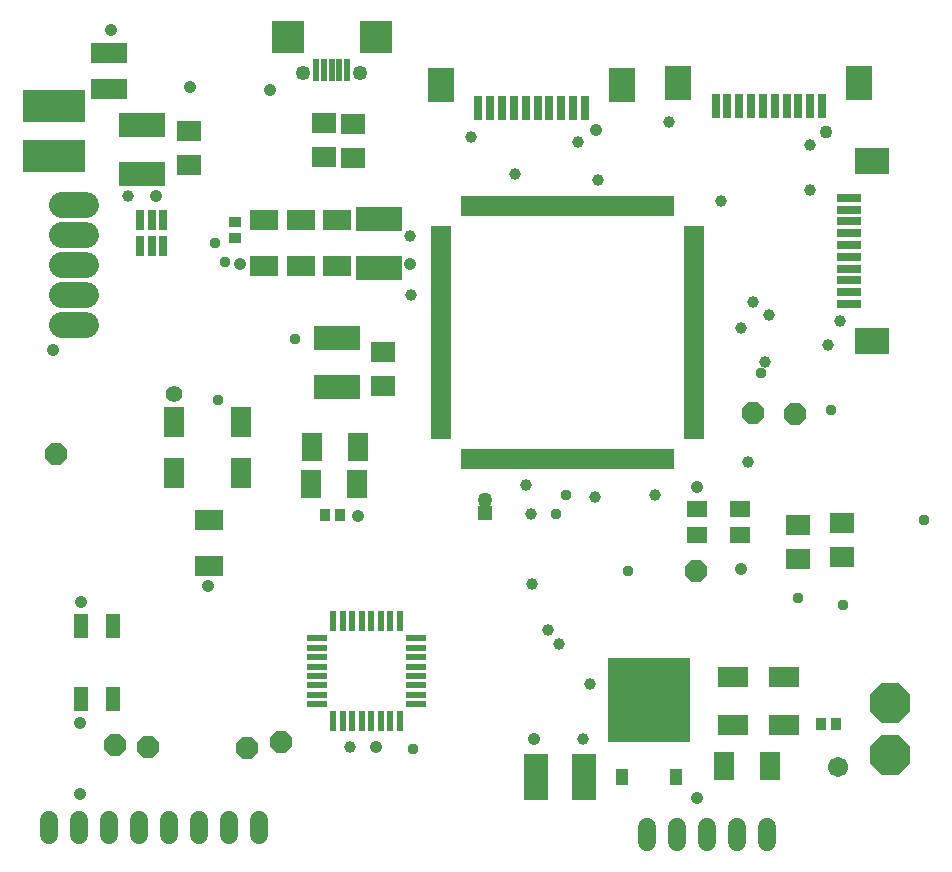
<source format=gbr>
G04 EAGLE Gerber RS-274X export*
G75*
%MOMM*%
%FSLAX34Y34*%
%LPD*%
%INSoldermask Top*%
%IPPOS*%
%AMOC8*
5,1,8,0,0,1.08239X$1,22.5*%
G01*
%ADD10P,3.656530X8X22.500000*%
%ADD11R,2.003200X3.903200*%
%ADD12R,2.403200X1.803200*%
%ADD13R,3.903200X2.003200*%
%ADD14R,3.103200X1.703200*%
%ADD15R,1.803200X2.403200*%
%ADD16R,2.503200X1.753200*%
%ADD17R,1.753200X2.503200*%
%ADD18R,0.903200X1.103200*%
%ADD19R,1.103200X0.903200*%
%ADD20R,1.678200X0.503200*%
%ADD21R,0.503200X1.678200*%
%ADD22R,0.603200X1.653200*%
%ADD23R,1.653200X0.603200*%
%ADD24R,0.803200X2.103200*%
%ADD25R,2.303200X3.003200*%
%ADD26R,2.103200X0.803200*%
%ADD27R,3.003200X2.303200*%
%ADD28R,2.006200X1.803200*%
%ADD29R,1.303200X2.003200*%
%ADD30C,1.524000*%
%ADD31R,0.603200X1.953200*%
%ADD32R,2.743200X2.743200*%
%ADD33C,1.253200*%
%ADD34R,1.092200X1.422400*%
%ADD35R,6.985000X7.112000*%
%ADD36R,0.762000X1.676400*%
%ADD37R,1.261200X1.261200*%
%ADD38C,1.261200*%
%ADD39R,1.803200X1.453200*%
%ADD40R,5.283200X2.743200*%
%ADD41C,2.184400*%
%ADD42P,1.951982X8X22.500000*%
%ADD43C,0.959600*%
%ADD44C,0.983200*%
%ADD45C,1.389600*%
%ADD46C,1.059600*%
%ADD47C,1.703200*%
%ADD48C,1.089600*%


D10*
X745126Y411275D03*
D11*
X485849Y348535D03*
X444849Y348535D03*
D12*
X167900Y566100D03*
X167900Y527100D03*
D13*
X111781Y858936D03*
X111781Y899936D03*
D14*
X83874Y930923D03*
X83874Y960923D03*
D15*
X604575Y357479D03*
X643575Y357479D03*
D13*
X312442Y820468D03*
X312442Y779468D03*
D12*
X276691Y820279D03*
X276691Y781279D03*
X246280Y819900D03*
X246280Y780900D03*
X214660Y820179D03*
X214660Y781179D03*
D15*
X294323Y627655D03*
X255323Y627655D03*
D13*
X276413Y719891D03*
X276413Y678891D03*
D15*
X293763Y596622D03*
X254763Y596622D03*
D16*
X612169Y432705D03*
X655169Y432705D03*
X612091Y392133D03*
X655091Y392133D03*
D17*
X195500Y605600D03*
X195500Y648600D03*
X138500Y605600D03*
X138500Y648600D03*
D18*
X699185Y393125D03*
X686185Y393125D03*
D19*
X190400Y804964D03*
X190400Y817964D03*
D18*
X279315Y569950D03*
X266315Y569950D03*
D10*
X744782Y366978D03*
D20*
X364420Y812300D03*
X364420Y807300D03*
X364420Y802300D03*
X364420Y797300D03*
X364420Y792300D03*
X364420Y787300D03*
X364420Y782300D03*
X364420Y777300D03*
X364420Y772300D03*
X364420Y767300D03*
X364420Y762300D03*
X364420Y757300D03*
X364420Y752300D03*
X364420Y747300D03*
X364420Y742300D03*
X364420Y737300D03*
X364420Y732300D03*
X364420Y727300D03*
X364420Y722300D03*
X364420Y717300D03*
X364420Y712300D03*
X364420Y707300D03*
X364420Y702300D03*
X364420Y697300D03*
X364420Y692300D03*
X364420Y687300D03*
X364420Y682300D03*
X364420Y677300D03*
X364420Y672300D03*
X364420Y667300D03*
X364420Y662300D03*
X364420Y657300D03*
X364420Y652300D03*
X364420Y647300D03*
X364420Y642300D03*
X364420Y637300D03*
D21*
X384300Y617420D03*
X389300Y617420D03*
X394300Y617420D03*
X399300Y617420D03*
X404300Y617420D03*
X409300Y617420D03*
X414300Y617420D03*
X419300Y617420D03*
X424300Y617420D03*
X429300Y617420D03*
X434300Y617420D03*
X439300Y617420D03*
X444300Y617420D03*
X449300Y617420D03*
X454300Y617420D03*
X459300Y617420D03*
X464300Y617420D03*
X469300Y617420D03*
X474300Y617420D03*
X479300Y617420D03*
X484300Y617420D03*
X489300Y617420D03*
X494300Y617420D03*
X499300Y617420D03*
X504300Y617420D03*
X509300Y617420D03*
X514300Y617420D03*
X519300Y617420D03*
X524300Y617420D03*
X529300Y617420D03*
X534300Y617420D03*
X539300Y617420D03*
X544300Y617420D03*
X549300Y617420D03*
X554300Y617420D03*
X559300Y617420D03*
D20*
X579180Y637300D03*
X579180Y642300D03*
X579180Y647300D03*
X579180Y652300D03*
X579180Y657300D03*
X579180Y662300D03*
X579180Y667300D03*
X579180Y672300D03*
X579180Y677300D03*
X579180Y682300D03*
X579180Y687300D03*
X579180Y692300D03*
X579180Y697300D03*
X579180Y702300D03*
X579180Y707300D03*
X579180Y712300D03*
X579180Y717300D03*
X579180Y722300D03*
X579180Y727300D03*
X579180Y732300D03*
X579180Y737300D03*
X579180Y742300D03*
X579180Y747300D03*
X579180Y752300D03*
X579180Y757300D03*
X579180Y762300D03*
X579180Y767300D03*
X579180Y772300D03*
X579180Y777300D03*
X579180Y782300D03*
X579180Y787300D03*
X579180Y792300D03*
X579180Y797300D03*
X579180Y802300D03*
X579180Y807300D03*
X579180Y812300D03*
D21*
X559300Y832180D03*
X554300Y832180D03*
X549300Y832180D03*
X544300Y832180D03*
X539300Y832180D03*
X534300Y832180D03*
X529300Y832180D03*
X524300Y832180D03*
X519300Y832180D03*
X514300Y832180D03*
X509300Y832180D03*
X504300Y832180D03*
X499300Y832180D03*
X494300Y832180D03*
X489300Y832180D03*
X484300Y832180D03*
X479300Y832180D03*
X474300Y832180D03*
X469300Y832180D03*
X464300Y832180D03*
X459300Y832180D03*
X454300Y832180D03*
X449300Y832180D03*
X444300Y832180D03*
X439300Y832180D03*
X434300Y832180D03*
X429300Y832180D03*
X424300Y832180D03*
X419300Y832180D03*
X414300Y832180D03*
X409300Y832180D03*
X404300Y832180D03*
X399300Y832180D03*
X394300Y832180D03*
X389300Y832180D03*
X384300Y832180D03*
D22*
X273600Y395550D03*
X281600Y395550D03*
X289600Y395550D03*
X297600Y395550D03*
X305600Y395550D03*
X313600Y395550D03*
X321600Y395550D03*
X329600Y395550D03*
D23*
X343850Y409800D03*
X343850Y417800D03*
X343850Y425800D03*
X343850Y433800D03*
X343850Y441800D03*
X343850Y449800D03*
X343850Y457800D03*
X343850Y465800D03*
D22*
X329600Y480050D03*
X321600Y480050D03*
X313600Y480050D03*
X305600Y480050D03*
X297600Y480050D03*
X289600Y480050D03*
X281600Y480050D03*
X273600Y480050D03*
D23*
X259350Y465800D03*
X259350Y457800D03*
X259350Y449800D03*
X259350Y441800D03*
X259350Y433800D03*
X259350Y425800D03*
X259350Y417800D03*
X259350Y409800D03*
D24*
X486465Y914793D03*
X476465Y914793D03*
X466465Y914793D03*
X456465Y914793D03*
X446465Y914793D03*
X436465Y914793D03*
X426465Y914793D03*
X416465Y914793D03*
X406465Y914793D03*
X396465Y914793D03*
D25*
X364965Y934293D03*
X517965Y934293D03*
D24*
X687278Y916203D03*
X677278Y916203D03*
X667278Y916203D03*
X657278Y916203D03*
X647278Y916203D03*
X637278Y916203D03*
X627278Y916203D03*
X617278Y916203D03*
X607278Y916203D03*
X597278Y916203D03*
D25*
X565778Y935703D03*
X718778Y935703D03*
D26*
X710113Y748700D03*
X710113Y758700D03*
X710113Y768700D03*
X710113Y778700D03*
X710113Y788700D03*
X710113Y798700D03*
X710113Y808700D03*
X710113Y818700D03*
X710113Y828700D03*
X710113Y838700D03*
D27*
X729613Y870200D03*
X729613Y717200D03*
D28*
X289807Y872708D03*
X289807Y901148D03*
X265400Y873280D03*
X265400Y901720D03*
X315640Y679474D03*
X315640Y707914D03*
X151651Y866573D03*
X151651Y895013D03*
X704457Y563016D03*
X704457Y534576D03*
X666923Y561414D03*
X666923Y532974D03*
D29*
X86700Y476400D03*
X86700Y414400D03*
X59700Y476400D03*
X59700Y414400D03*
D30*
X641086Y306304D02*
X641086Y293096D01*
X615686Y293096D02*
X615686Y306304D01*
X590286Y306304D02*
X590286Y293096D01*
X564886Y293096D02*
X564886Y306304D01*
X539486Y306304D02*
X539486Y293096D01*
D31*
X259215Y946751D03*
X285215Y946751D03*
X265715Y946751D03*
X272215Y946751D03*
X278715Y946751D03*
D32*
X309465Y975001D03*
X234965Y975001D03*
D33*
X296465Y944701D03*
X247965Y944701D03*
D34*
X518006Y348373D03*
X563706Y348373D03*
D35*
X540856Y413397D03*
D36*
X129200Y820276D03*
X119700Y820276D03*
X110200Y820276D03*
X110200Y797924D03*
X119700Y797924D03*
X129200Y797924D03*
D37*
X401577Y571650D03*
D38*
X401577Y582650D03*
D39*
X618136Y575333D03*
X581136Y575333D03*
X581136Y553333D03*
X618136Y553333D03*
D30*
X32900Y312004D02*
X32900Y298796D01*
X58300Y298796D02*
X58300Y312004D01*
X83700Y312004D02*
X83700Y298796D01*
X109100Y298796D02*
X109100Y312004D01*
X134500Y312004D02*
X134500Y298796D01*
X159900Y298796D02*
X159900Y312004D01*
X185300Y312004D02*
X185300Y298796D01*
X210700Y298796D02*
X210700Y312004D01*
D40*
X36990Y916474D03*
X36977Y873782D03*
D41*
X43946Y730956D02*
X63758Y730956D01*
X63758Y756356D02*
X43946Y756356D01*
X43946Y781756D02*
X63758Y781756D01*
X63758Y807156D02*
X43946Y807156D01*
X43946Y832556D02*
X63758Y832556D01*
D42*
X38900Y621900D03*
X580828Y523029D03*
X229537Y378147D03*
X88900Y375500D03*
X200315Y372773D03*
X116713Y373913D03*
X664040Y655686D03*
X628931Y656322D03*
D43*
X470302Y587246D03*
D44*
X441503Y511861D03*
D43*
X462274Y570628D03*
D44*
X441173Y570763D03*
X287376Y373939D03*
X485115Y380162D03*
D45*
X138862Y672668D03*
D43*
X173812Y800049D03*
X176301Y667799D03*
D44*
X338561Y806286D03*
X427634Y858749D03*
X497738Y853516D03*
X601447Y836041D03*
X618896Y728853D03*
X495351Y585673D03*
X339471Y756056D03*
X437011Y595349D03*
X546303Y586892D03*
X624611Y614680D03*
X455676Y472669D03*
X628806Y750116D03*
X464414Y461010D03*
X642723Y739091D03*
D43*
X704748Y494254D03*
D44*
X639445Y699999D03*
D43*
X666620Y499504D03*
X635893Y690693D03*
D44*
X390000Y890000D03*
X481101Y886358D03*
X558013Y903300D03*
X677266Y883310D03*
X677088Y844931D03*
X692551Y714465D03*
D43*
X522724Y522935D03*
X695164Y659428D03*
X341177Y371916D03*
X773735Y565607D03*
X181864Y784200D03*
X241109Y718891D03*
D46*
X84988Y980999D03*
X152019Y932307D03*
X219710Y929589D03*
X194513Y783057D03*
X338353Y782574D03*
X123038Y840435D03*
X167386Y509880D03*
X59868Y496316D03*
X59157Y394335D03*
X58826Y334137D03*
X309506Y373974D03*
X443597Y380730D03*
D47*
X700481Y356870D03*
D46*
X581279Y330600D03*
X294183Y569697D03*
X36322Y709574D03*
X495859Y896188D03*
D48*
X690372Y894588D03*
D44*
X702285Y734746D03*
D46*
X618592Y524637D03*
X581355Y593852D03*
D44*
X491312Y427279D03*
X100000Y840000D03*
M02*

</source>
